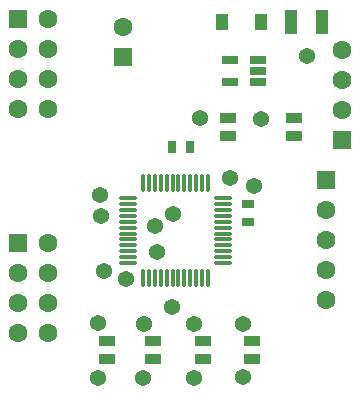
<source format=gts>
G04*
G04 #@! TF.GenerationSoftware,Altium Limited,Altium Designer,20.2.6 (244)*
G04*
G04 Layer_Color=8388736*
%FSLAX25Y25*%
%MOIN*%
G70*
G04*
G04 #@! TF.SameCoordinates,B2635FF8-235B-44FB-8225-BCA2550F652E*
G04*
G04*
G04 #@! TF.FilePolarity,Negative*
G04*
G01*
G75*
%ADD21R,0.04331X0.07874*%
%ADD22R,0.05315X0.03740*%
%ADD23O,0.06502X0.01384*%
%ADD24O,0.01384X0.06502*%
%ADD25R,0.05518X0.03156*%
%ADD26R,0.03983X0.05203*%
%ADD27R,0.03943X0.03156*%
%ADD28R,0.03156X0.03943*%
%ADD29R,0.06306X0.06306*%
%ADD30C,0.06306*%
%ADD31C,0.05400*%
D21*
X114132Y130000D02*
D03*
X124368D02*
D03*
D22*
X101000Y17747D02*
D03*
Y23653D02*
D03*
X84500Y17647D02*
D03*
Y23553D02*
D03*
X67900Y17647D02*
D03*
Y23553D02*
D03*
X52700Y17847D02*
D03*
Y23753D02*
D03*
X93000Y92047D02*
D03*
Y97953D02*
D03*
X115000Y92094D02*
D03*
Y98000D02*
D03*
D23*
X91347Y71327D02*
D03*
Y69358D02*
D03*
Y67390D02*
D03*
Y65421D02*
D03*
Y63453D02*
D03*
Y61484D02*
D03*
Y59516D02*
D03*
Y57547D02*
D03*
Y55579D02*
D03*
Y53610D02*
D03*
Y51642D02*
D03*
Y49673D02*
D03*
X59654D02*
D03*
Y51642D02*
D03*
Y53610D02*
D03*
Y55579D02*
D03*
Y57547D02*
D03*
Y59516D02*
D03*
Y61484D02*
D03*
Y63453D02*
D03*
Y65421D02*
D03*
Y67390D02*
D03*
Y69358D02*
D03*
Y71327D02*
D03*
D24*
X86327Y44654D02*
D03*
X84358D02*
D03*
X82390D02*
D03*
X80421D02*
D03*
X78453D02*
D03*
X76484D02*
D03*
X74516D02*
D03*
X72547D02*
D03*
X70579D02*
D03*
X68610D02*
D03*
X66642D02*
D03*
X64673D02*
D03*
Y76346D02*
D03*
X66642D02*
D03*
X68610D02*
D03*
X70579D02*
D03*
X72547D02*
D03*
X74516D02*
D03*
X76484D02*
D03*
X78453D02*
D03*
X80421D02*
D03*
X82390D02*
D03*
X84358D02*
D03*
X86327D02*
D03*
D25*
X102949Y110020D02*
D03*
Y113760D02*
D03*
Y117500D02*
D03*
X93500D02*
D03*
Y110020D02*
D03*
D26*
X104000Y130000D02*
D03*
X91126D02*
D03*
D27*
X99500Y63345D02*
D03*
Y69250D02*
D03*
D28*
X74297Y88250D02*
D03*
X80203D02*
D03*
D29*
X58100Y118400D02*
D03*
X23000Y131000D02*
D03*
Y56500D02*
D03*
X125750Y77500D02*
D03*
X130900Y90600D02*
D03*
D30*
X58100Y128400D02*
D03*
X33000Y101000D02*
D03*
X23000D02*
D03*
X33000Y111000D02*
D03*
X23000D02*
D03*
X33000Y121000D02*
D03*
X23000D02*
D03*
X33000Y131000D02*
D03*
Y26500D02*
D03*
X23000D02*
D03*
X33000Y36500D02*
D03*
X23000D02*
D03*
X33000Y46500D02*
D03*
X23000D02*
D03*
X33000Y56500D02*
D03*
X125750Y37500D02*
D03*
Y47500D02*
D03*
Y57500D02*
D03*
Y67500D02*
D03*
X130900Y120600D02*
D03*
Y110600D02*
D03*
Y100600D02*
D03*
D31*
X98100Y29200D02*
D03*
X81600D02*
D03*
X74200Y35000D02*
D03*
X74800Y66000D02*
D03*
X83500Y98000D02*
D03*
X59000Y44250D02*
D03*
X51600Y47100D02*
D03*
X50400Y72500D02*
D03*
X49800Y11300D02*
D03*
X69200Y53500D02*
D03*
X50600Y65400D02*
D03*
X93500Y78000D02*
D03*
X119250Y118750D02*
D03*
X64800Y11200D02*
D03*
X98100Y11700D02*
D03*
X49700Y29800D02*
D03*
X101500Y75500D02*
D03*
X65000Y29300D02*
D03*
X104000Y97750D02*
D03*
X68600Y62100D02*
D03*
X81700Y11200D02*
D03*
M02*

</source>
